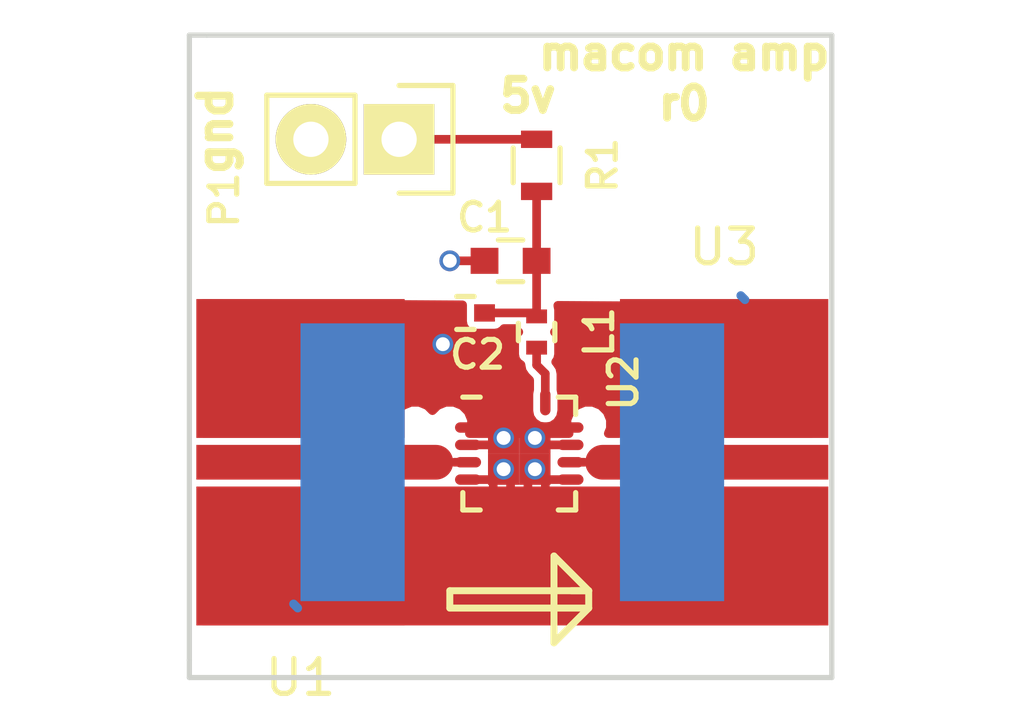
<source format=kicad_pcb>
(kicad_pcb (version 4) (host pcbnew 4.0.2-stable)

  (general
    (links 32)
    (no_connects 2)
    (area 131.424999 92.924999 150.075001 111.575001)
    (thickness 1.6)
    (drawings 17)
    (tracks 49)
    (zones 0)
    (modules 8)
    (nets 7)
  )

  (page A4)
  (layers
    (0 F.Cu signal)
    (1 In1.Cu signal hide)
    (2 In2.Cu signal)
    (31 B.Cu signal)
    (32 B.Adhes user)
    (33 F.Adhes user)
    (34 B.Paste user)
    (35 F.Paste user)
    (36 B.SilkS user)
    (37 F.SilkS user)
    (38 B.Mask user)
    (39 F.Mask user)
    (40 Dwgs.User user)
    (41 Cmts.User user)
    (42 Eco1.User user)
    (43 Eco2.User user)
    (44 Edge.Cuts user)
    (45 Margin user)
    (46 B.CrtYd user)
    (47 F.CrtYd user)
    (48 B.Fab user)
    (49 F.Fab user)
  )

  (setup
    (last_trace_width 0.25)
    (user_trace_width 0.35)
    (user_trace_width 1)
    (trace_clearance 0.2)
    (zone_clearance 0.2)
    (zone_45_only no)
    (trace_min 0.15)
    (segment_width 0.2)
    (edge_width 0.15)
    (via_size 0.6)
    (via_drill 0.4)
    (via_min_size 0.4)
    (via_min_drill 0.3)
    (uvia_size 0.3)
    (uvia_drill 0.1)
    (uvias_allowed no)
    (uvia_min_size 0.2)
    (uvia_min_drill 0.1)
    (pcb_text_width 0.3)
    (pcb_text_size 1.5 1.5)
    (mod_edge_width 0.15)
    (mod_text_size 0.8 0.8)
    (mod_text_width 0.15)
    (pad_size 1.524 1.524)
    (pad_drill 0.762)
    (pad_to_mask_clearance 0.2)
    (aux_axis_origin 0 0)
    (visible_elements FFFEFF7F)
    (pcbplotparams
      (layerselection 0x010f0_80000007)
      (usegerberextensions true)
      (excludeedgelayer true)
      (linewidth 0.100000)
      (plotframeref false)
      (viasonmask false)
      (mode 1)
      (useauxorigin false)
      (hpglpennumber 1)
      (hpglpenspeed 20)
      (hpglpendiameter 15)
      (hpglpenoverlay 2)
      (psnegative false)
      (psa4output false)
      (plotreference true)
      (plotvalue true)
      (plotinvisibletext false)
      (padsonsilk false)
      (subtractmaskfromsilk false)
      (outputformat 1)
      (mirror false)
      (drillshape 0)
      (scaleselection 1)
      (outputdirectory gerbs/))
  )

  (net 0 "")
  (net 1 "Net-(C1-Pad1)")
  (net 2 GND)
  (net 3 "Net-(L1-Pad2)")
  (net 4 "Net-(P1-Pad1)")
  (net 5 "Net-(U1-Pad1)")
  (net 6 "Net-(U2-Pad10)")

  (net_class Default "This is the default net class."
    (clearance 0.2)
    (trace_width 0.25)
    (via_dia 0.6)
    (via_drill 0.4)
    (uvia_dia 0.3)
    (uvia_drill 0.1)
    (add_net GND)
    (add_net "Net-(C1-Pad1)")
    (add_net "Net-(L1-Pad2)")
    (add_net "Net-(P1-Pad1)")
    (add_net "Net-(U1-Pad1)")
    (add_net "Net-(U2-Pad10)")
  )

  (module Capacitors_SMD:C_0603 (layer F.Cu) (tedit 5415D631) (tstamp 571B6C4F)
    (at 140.75 99.5 180)
    (descr "Capacitor SMD 0603, reflow soldering, AVX (see smccp.pdf)")
    (tags "capacitor 0603")
    (path /571B6E62)
    (attr smd)
    (fp_text reference C1 (at 0.75 1.25 180) (layer F.SilkS)
      (effects (font (size 0.8 0.8) (thickness 0.15)))
    )
    (fp_text value "1 uF" (at 0 1.9 180) (layer F.Fab)
      (effects (font (size 0.8 0.8) (thickness 0.15)))
    )
    (fp_line (start -1.45 -0.75) (end 1.45 -0.75) (layer F.CrtYd) (width 0.05))
    (fp_line (start -1.45 0.75) (end 1.45 0.75) (layer F.CrtYd) (width 0.05))
    (fp_line (start -1.45 -0.75) (end -1.45 0.75) (layer F.CrtYd) (width 0.05))
    (fp_line (start 1.45 -0.75) (end 1.45 0.75) (layer F.CrtYd) (width 0.05))
    (fp_line (start -0.35 -0.6) (end 0.35 -0.6) (layer F.SilkS) (width 0.15))
    (fp_line (start 0.35 0.6) (end -0.35 0.6) (layer F.SilkS) (width 0.15))
    (pad 1 smd rect (at -0.75 0 180) (size 0.8 0.75) (layers F.Cu F.Paste F.Mask)
      (net 1 "Net-(C1-Pad1)"))
    (pad 2 smd rect (at 0.75 0 180) (size 0.8 0.75) (layers F.Cu F.Paste F.Mask)
      (net 2 GND))
    (model Capacitors_SMD.3dshapes/C_0603.wrl
      (at (xyz 0 0 0))
      (scale (xyz 1 1 1))
      (rotate (xyz 0 0 0))
    )
  )

  (module Capacitors_SMD:C_0402 (layer F.Cu) (tedit 5415D599) (tstamp 571B6C55)
    (at 139.45 101 180)
    (descr "Capacitor SMD 0402, reflow soldering, AVX (see smccp.pdf)")
    (tags "capacitor 0402")
    (path /571B6DDC)
    (attr smd)
    (fp_text reference C2 (at -0.35 -1.2 180) (layer F.SilkS)
      (effects (font (size 0.8 0.8) (thickness 0.15)))
    )
    (fp_text value "10 pF" (at 0 1.7 180) (layer F.Fab)
      (effects (font (size 0.8 0.8) (thickness 0.15)))
    )
    (fp_line (start -1.15 -0.6) (end 1.15 -0.6) (layer F.CrtYd) (width 0.05))
    (fp_line (start -1.15 0.6) (end 1.15 0.6) (layer F.CrtYd) (width 0.05))
    (fp_line (start -1.15 -0.6) (end -1.15 0.6) (layer F.CrtYd) (width 0.05))
    (fp_line (start 1.15 -0.6) (end 1.15 0.6) (layer F.CrtYd) (width 0.05))
    (fp_line (start 0.25 -0.475) (end -0.25 -0.475) (layer F.SilkS) (width 0.15))
    (fp_line (start -0.25 0.475) (end 0.25 0.475) (layer F.SilkS) (width 0.15))
    (pad 1 smd rect (at -0.55 0 180) (size 0.6 0.5) (layers F.Cu F.Paste F.Mask)
      (net 1 "Net-(C1-Pad1)"))
    (pad 2 smd rect (at 0.55 0 180) (size 0.6 0.5) (layers F.Cu F.Paste F.Mask)
      (net 2 GND))
    (model Capacitors_SMD.3dshapes/C_0402.wrl
      (at (xyz 0 0 0))
      (scale (xyz 1 1 1))
      (rotate (xyz 0 0 0))
    )
  )

  (module Resistors_SMD:R_0402 (layer F.Cu) (tedit 5415CBB8) (tstamp 571B6C61)
    (at 141.5 101.55 270)
    (descr "Resistor SMD 0402, reflow soldering, Vishay (see dcrcw.pdf)")
    (tags "resistor 0402")
    (path /571B6E05)
    (attr smd)
    (fp_text reference L1 (at 0 -1.8 270) (layer F.SilkS)
      (effects (font (size 0.8 0.8) (thickness 0.15)))
    )
    (fp_text value L_Small (at 0 1.8 270) (layer F.Fab)
      (effects (font (size 0.8 0.8) (thickness 0.15)))
    )
    (fp_line (start -0.95 -0.65) (end 0.95 -0.65) (layer F.CrtYd) (width 0.05))
    (fp_line (start -0.95 0.65) (end 0.95 0.65) (layer F.CrtYd) (width 0.05))
    (fp_line (start -0.95 -0.65) (end -0.95 0.65) (layer F.CrtYd) (width 0.05))
    (fp_line (start 0.95 -0.65) (end 0.95 0.65) (layer F.CrtYd) (width 0.05))
    (fp_line (start 0.25 -0.525) (end -0.25 -0.525) (layer F.SilkS) (width 0.15))
    (fp_line (start -0.25 0.525) (end 0.25 0.525) (layer F.SilkS) (width 0.15))
    (pad 1 smd rect (at -0.45 0 270) (size 0.4 0.6) (layers F.Cu F.Paste F.Mask)
      (net 1 "Net-(C1-Pad1)"))
    (pad 2 smd rect (at 0.45 0 270) (size 0.4 0.6) (layers F.Cu F.Paste F.Mask)
      (net 3 "Net-(L1-Pad2)"))
    (model Resistors_SMD.3dshapes/R_0402.wrl
      (at (xyz 0 0 0))
      (scale (xyz 1 1 1))
      (rotate (xyz 0 0 0))
    )
  )

  (module Pin_Headers:Pin_Header_Straight_1x02 (layer F.Cu) (tedit 54EA090C) (tstamp 571B6C67)
    (at 137.54 96 270)
    (descr "Through hole pin header")
    (tags "pin header")
    (path /571B718D)
    (fp_text reference P1 (at 1.75 5.04 270) (layer F.SilkS)
      (effects (font (size 0.8 0.8) (thickness 0.15)))
    )
    (fp_text value CONN_01X02 (at 0 -3.1 270) (layer F.Fab)
      (effects (font (size 0.8 0.8) (thickness 0.15)))
    )
    (fp_line (start 1.27 1.27) (end 1.27 3.81) (layer F.SilkS) (width 0.15))
    (fp_line (start 1.55 -1.55) (end 1.55 0) (layer F.SilkS) (width 0.15))
    (fp_line (start -1.75 -1.75) (end -1.75 4.3) (layer F.CrtYd) (width 0.05))
    (fp_line (start 1.75 -1.75) (end 1.75 4.3) (layer F.CrtYd) (width 0.05))
    (fp_line (start -1.75 -1.75) (end 1.75 -1.75) (layer F.CrtYd) (width 0.05))
    (fp_line (start -1.75 4.3) (end 1.75 4.3) (layer F.CrtYd) (width 0.05))
    (fp_line (start 1.27 1.27) (end -1.27 1.27) (layer F.SilkS) (width 0.15))
    (fp_line (start -1.55 0) (end -1.55 -1.55) (layer F.SilkS) (width 0.15))
    (fp_line (start -1.55 -1.55) (end 1.55 -1.55) (layer F.SilkS) (width 0.15))
    (fp_line (start -1.27 1.27) (end -1.27 3.81) (layer F.SilkS) (width 0.15))
    (fp_line (start -1.27 3.81) (end 1.27 3.81) (layer F.SilkS) (width 0.15))
    (pad 1 thru_hole rect (at 0 0 270) (size 2.032 2.032) (drill 1.016) (layers *.Cu *.Mask F.SilkS)
      (net 4 "Net-(P1-Pad1)"))
    (pad 2 thru_hole oval (at 0 2.54 270) (size 2.032 2.032) (drill 1.016) (layers *.Cu *.Mask F.SilkS)
      (net 2 GND))
    (model Pin_Headers.3dshapes/Pin_Header_Straight_1x02.wrl
      (at (xyz 0 -0.05 0))
      (scale (xyz 1 1 1))
      (rotate (xyz 0 0 90))
    )
  )

  (module Resistors_SMD:R_0603 (layer F.Cu) (tedit 5415CC62) (tstamp 571B6C6D)
    (at 141.5 96.75 270)
    (descr "Resistor SMD 0603, reflow soldering, Vishay (see dcrcw.pdf)")
    (tags "resistor 0603")
    (path /571B728F)
    (attr smd)
    (fp_text reference R1 (at 0 -1.9 270) (layer F.SilkS)
      (effects (font (size 0.8 0.8) (thickness 0.15)))
    )
    (fp_text value R_Small (at 0 1.9 270) (layer F.Fab)
      (effects (font (size 0.8 0.8) (thickness 0.15)))
    )
    (fp_line (start -1.3 -0.8) (end 1.3 -0.8) (layer F.CrtYd) (width 0.05))
    (fp_line (start -1.3 0.8) (end 1.3 0.8) (layer F.CrtYd) (width 0.05))
    (fp_line (start -1.3 -0.8) (end -1.3 0.8) (layer F.CrtYd) (width 0.05))
    (fp_line (start 1.3 -0.8) (end 1.3 0.8) (layer F.CrtYd) (width 0.05))
    (fp_line (start 0.5 0.675) (end -0.5 0.675) (layer F.SilkS) (width 0.15))
    (fp_line (start -0.5 -0.675) (end 0.5 -0.675) (layer F.SilkS) (width 0.15))
    (pad 1 smd rect (at -0.75 0 270) (size 0.5 0.9) (layers F.Cu F.Paste F.Mask)
      (net 4 "Net-(P1-Pad1)"))
    (pad 2 smd rect (at 0.75 0 270) (size 0.5 0.9) (layers F.Cu F.Paste F.Mask)
      (net 1 "Net-(C1-Pad1)"))
    (model Resistors_SMD.3dshapes/R_0603.wrl
      (at (xyz 0 0 0))
      (scale (xyz 1 1 1))
      (rotate (xyz 0 0 0))
    )
  )

  (module Housings_DFN_QFN:QFN-16-1EP_3x3mm_Pitch0.5mm (layer F.Cu) (tedit 54130A77) (tstamp 571B6C8E)
    (at 141 105.05)
    (descr "16-Lead Plastic Quad Flat, No Lead Package (NG) - 3x3x0.9 mm Body [QFN]; (see Microchip Packaging Specification 00000049BS.pdf)")
    (tags "QFN 0.5")
    (path /571B78AF)
    (attr smd)
    (fp_text reference U2 (at 3 -2.05 90) (layer F.SilkS)
      (effects (font (size 0.8 0.8) (thickness 0.15)))
    )
    (fp_text value CMM0511-QT-0G0T (at 0 2.85) (layer F.Fab)
      (effects (font (size 0.8 0.8) (thickness 0.15)))
    )
    (fp_line (start -2.1 -2.1) (end -2.1 2.1) (layer F.CrtYd) (width 0.05))
    (fp_line (start 2.1 -2.1) (end 2.1 2.1) (layer F.CrtYd) (width 0.05))
    (fp_line (start -2.1 -2.1) (end 2.1 -2.1) (layer F.CrtYd) (width 0.05))
    (fp_line (start -2.1 2.1) (end 2.1 2.1) (layer F.CrtYd) (width 0.05))
    (fp_line (start 1.625 -1.625) (end 1.625 -1.125) (layer F.SilkS) (width 0.15))
    (fp_line (start -1.625 1.625) (end -1.625 1.125) (layer F.SilkS) (width 0.15))
    (fp_line (start 1.625 1.625) (end 1.625 1.125) (layer F.SilkS) (width 0.15))
    (fp_line (start -1.625 -1.625) (end -1.125 -1.625) (layer F.SilkS) (width 0.15))
    (fp_line (start -1.625 1.625) (end -1.125 1.625) (layer F.SilkS) (width 0.15))
    (fp_line (start 1.625 1.625) (end 1.125 1.625) (layer F.SilkS) (width 0.15))
    (fp_line (start 1.625 -1.625) (end 1.125 -1.625) (layer F.SilkS) (width 0.15))
    (pad 1 smd oval (at -1.475 -0.75) (size 0.75 0.3) (layers F.Cu F.Paste F.Mask)
      (net 2 GND))
    (pad 2 smd oval (at -1.475 -0.25) (size 0.75 0.3) (layers F.Cu F.Paste F.Mask)
      (net 2 GND))
    (pad 3 smd oval (at -1.475 0.25) (size 0.75 0.3) (layers F.Cu F.Paste F.Mask)
      (net 5 "Net-(U1-Pad1)"))
    (pad 4 smd oval (at -1.475 0.75) (size 0.75 0.3) (layers F.Cu F.Paste F.Mask)
      (net 2 GND))
    (pad 5 smd oval (at -0.75 1.475 90) (size 0.75 0.3) (layers F.Cu F.Paste F.Mask)
      (net 2 GND))
    (pad 6 smd oval (at -0.25 1.475 90) (size 0.75 0.3) (layers F.Cu F.Paste F.Mask)
      (net 2 GND))
    (pad 7 smd oval (at 0.25 1.475 90) (size 0.75 0.3) (layers F.Cu F.Paste F.Mask)
      (net 2 GND))
    (pad 8 smd oval (at 0.75 1.475 90) (size 0.75 0.3) (layers F.Cu F.Paste F.Mask)
      (net 2 GND))
    (pad 9 smd oval (at 1.475 0.75) (size 0.75 0.3) (layers F.Cu F.Paste F.Mask)
      (net 2 GND))
    (pad 10 smd oval (at 1.475 0.25) (size 0.75 0.3) (layers F.Cu F.Paste F.Mask)
      (net 6 "Net-(U2-Pad10)"))
    (pad 11 smd oval (at 1.475 -0.25) (size 0.75 0.3) (layers F.Cu F.Paste F.Mask)
      (net 2 GND))
    (pad 12 smd oval (at 1.475 -0.75) (size 0.75 0.3) (layers F.Cu F.Paste F.Mask)
      (net 2 GND))
    (pad 13 smd oval (at 0.75 -1.475 90) (size 0.75 0.3) (layers F.Cu F.Paste F.Mask)
      (net 3 "Net-(L1-Pad2)"))
    (pad 14 smd oval (at 0.25 -1.475 90) (size 0.75 0.3) (layers F.Cu F.Paste F.Mask)
      (net 2 GND))
    (pad 15 smd oval (at -0.25 -1.475 90) (size 0.75 0.3) (layers F.Cu F.Paste F.Mask)
      (net 2 GND))
    (pad 16 smd oval (at -0.75 -1.475 90) (size 0.75 0.3) (layers F.Cu F.Paste F.Mask)
      (net 2 GND))
    (pad 17 smd rect (at 0.45 0.45) (size 0.9 0.9) (layers F.Cu F.Paste F.Mask)
      (net 2 GND) (solder_paste_margin_ratio -0.2))
    (pad 17 smd rect (at 0.45 -0.45) (size 0.9 0.9) (layers F.Cu F.Paste F.Mask)
      (net 2 GND) (solder_paste_margin_ratio -0.2))
    (pad 17 smd rect (at -0.45 0.45) (size 0.9 0.9) (layers F.Cu F.Paste F.Mask)
      (net 2 GND) (solder_paste_margin_ratio -0.2))
    (pad 17 smd rect (at -0.45 -0.45) (size 0.9 0.9) (layers F.Cu F.Paste F.Mask)
      (net 2 GND) (solder_paste_margin_ratio -0.2))
    (model Housings_DFN_QFN.3dshapes/QFN-16-1EP_3x3mm_Pitch0.5mm.wrl
      (at (xyz 0 0 0))
      (scale (xyz 1 1 1))
      (rotate (xyz 0 0 0))
    )
  )

  (module vna_footprints:SMA_CPW_1MM_.2MM (layer F.Cu) (tedit 577AF781) (tstamp 579EDE95)
    (at 134.7 105.3 270)
    (path /571B692A)
    (fp_text reference U1 (at 6.2 0 360) (layer F.SilkS)
      (effects (font (size 1 1) (thickness 0.15)))
    )
    (fp_text value CONN_SMA (at -6.5 4.6 360) (layer F.Fab)
      (effects (font (size 1 1) (thickness 0.15)))
    )
    (pad 1 smd rect (at 0 0 270) (size 1 6) (layers F.Cu F.Paste F.Mask)
      (net 5 "Net-(U1-Pad1)"))
    (pad 2 smd rect (at -2.7 0 270) (size 4 6) (layers F.Cu F.Paste F.Mask)
      (net 2 GND))
    (pad 2 smd rect (at 2.7 0 270) (size 4 6) (layers F.Cu F.Paste F.Mask)
      (net 2 GND))
    (pad 3 smd rect (at 0 -1.5 180) (size 3 8) (layers B.Cu B.Paste B.Mask)
      (net 2 GND))
  )

  (module vna_footprints:SMA_CPW_1MM_.2MM (layer F.Cu) (tedit 577AF781) (tstamp 579EDE9C)
    (at 146.9 105.3 90)
    (path /571B6B83)
    (fp_text reference U3 (at 6.2 0 180) (layer F.SilkS)
      (effects (font (size 1 1) (thickness 0.15)))
    )
    (fp_text value CONN_SMA (at -6.5 4.6 180) (layer F.Fab)
      (effects (font (size 1 1) (thickness 0.15)))
    )
    (pad 1 smd rect (at 0 0 90) (size 1 6) (layers F.Cu F.Paste F.Mask)
      (net 6 "Net-(U2-Pad10)"))
    (pad 2 smd rect (at -2.7 0 90) (size 4 6) (layers F.Cu F.Paste F.Mask)
      (net 2 GND))
    (pad 2 smd rect (at 2.7 0 90) (size 4 6) (layers F.Cu F.Paste F.Mask)
      (net 2 GND))
    (pad 3 smd rect (at 0 -1.5) (size 3 8) (layers B.Cu B.Paste B.Mask)
      (net 2 GND))
  )

  (gr_text 5v (at 141.25 94.75) (layer F.SilkS) (tstamp 571C72B1)
    (effects (font (size 0.9 0.9) (thickness 0.225)))
  )
  (gr_text gnd (at 132.25 95.75 90) (layer F.SilkS)
    (effects (font (size 0.9 0.9) (thickness 0.225)))
  )
  (gr_text "macom amp\nr0\n" (at 145.75 94.25) (layer F.SilkS)
    (effects (font (size 0.9 0.9) (thickness 0.225)))
  )
  (gr_line (start 139 109) (end 139 109.5) (layer F.SilkS) (width 0.2))
  (gr_line (start 143 109) (end 142.5 109) (layer F.SilkS) (width 0.2))
  (gr_line (start 143 109.5) (end 143 109) (layer F.SilkS) (width 0.2))
  (gr_line (start 142 110.5) (end 143 109.5) (layer F.SilkS) (width 0.2))
  (gr_line (start 142 108) (end 142 110.5) (layer F.SilkS) (width 0.2))
  (gr_line (start 143 109) (end 142 108) (layer F.SilkS) (width 0.2))
  (gr_line (start 139 109) (end 143 109) (layer F.SilkS) (width 0.2))
  (gr_line (start 139 109.5) (end 143 109.5) (layer F.SilkS) (width 0.2))
  (gr_line (start 131.5 93) (end 131.5 111) (layer Edge.Cuts) (width 0.15))
  (gr_line (start 132 93) (end 131.5 93) (layer Edge.Cuts) (width 0.15))
  (gr_line (start 150 93) (end 132 93) (layer Edge.Cuts) (width 0.15))
  (gr_line (start 150 111.5) (end 150 93) (layer Edge.Cuts) (width 0.15))
  (gr_line (start 131.5 111.5) (end 150 111.5) (layer Edge.Cuts) (width 0.15))
  (gr_line (start 131.5 111) (end 131.5 111.5) (layer Edge.Cuts) (width 0.15))

  (segment (start 147.38 100.5) (end 147.5 100.62) (width 0.25) (layer B.Cu) (net 0))
  (segment (start 134.62 109.5) (end 134.5 109.38) (width 0.25) (layer B.Cu) (net 0))
  (segment (start 140 101) (end 141.4 101) (width 0.25) (layer F.Cu) (net 1))
  (segment (start 141.4 101) (end 141.5 101.1) (width 0.25) (layer F.Cu) (net 1))
  (segment (start 141.5 101.1) (end 141.5 99.5) (width 0.25) (layer F.Cu) (net 1))
  (segment (start 141.5 97.5) (end 141.5 99.5) (width 0.25) (layer F.Cu) (net 1))
  (segment (start 134.7 108) (end 138.775 108) (width 1) (layer F.Cu) (net 2))
  (segment (start 138.775 108) (end 140.25 106.525) (width 1) (layer F.Cu) (net 2))
  (segment (start 138.9 101.8) (end 138.8 101.9) (width 0.25) (layer F.Cu) (net 2))
  (via (at 138.8 101.9) (size 0.6) (drill 0.4) (layers F.Cu B.Cu) (net 2))
  (segment (start 138.9 101) (end 138.9 101.8) (width 0.25) (layer F.Cu) (net 2))
  (via (at 140.55 105.5) (size 0.6) (drill 0.4) (layers F.Cu B.Cu) (net 2))
  (via (at 141.45 105.5) (size 0.6) (drill 0.4) (layers F.Cu B.Cu) (net 2))
  (via (at 141.45 104.6) (size 0.6) (drill 0.4) (layers F.Cu B.Cu) (net 2))
  (via (at 140.55 104.6) (size 0.6) (drill 0.4) (layers F.Cu B.Cu) (net 2))
  (segment (start 140.75 103.575) (end 140.75 104.4) (width 0.25) (layer F.Cu) (net 2))
  (segment (start 140.75 104.4) (end 140.55 104.6) (width 0.25) (layer F.Cu) (net 2))
  (segment (start 141.25 103.575) (end 141.25 104.4) (width 0.25) (layer F.Cu) (net 2))
  (segment (start 141.25 104.4) (end 141.45 104.6) (width 0.25) (layer F.Cu) (net 2))
  (segment (start 142.475 104.3) (end 141.75 104.3) (width 0.25) (layer F.Cu) (net 2))
  (segment (start 141.75 104.3) (end 141.45 104.6) (width 0.25) (layer F.Cu) (net 2))
  (segment (start 142.475 104.8) (end 141.65 104.8) (width 0.25) (layer F.Cu) (net 2))
  (segment (start 141.65 104.8) (end 141.45 104.6) (width 0.25) (layer F.Cu) (net 2))
  (segment (start 142.475 105.8) (end 141.75 105.8) (width 0.25) (layer F.Cu) (net 2))
  (segment (start 141.75 105.8) (end 141.45 105.5) (width 0.25) (layer F.Cu) (net 2))
  (segment (start 141.75 106.525) (end 141.75 105.8) (width 0.25) (layer F.Cu) (net 2))
  (segment (start 141.25 106.525) (end 141.25 105.7) (width 0.25) (layer F.Cu) (net 2))
  (segment (start 141.25 105.7) (end 141.45 105.5) (width 0.25) (layer F.Cu) (net 2))
  (segment (start 140.75 106.525) (end 140.75 105.7) (width 0.25) (layer F.Cu) (net 2))
  (segment (start 140.75 105.7) (end 140.55 105.5) (width 0.25) (layer F.Cu) (net 2))
  (segment (start 140.25 106.525) (end 140.25 105.8) (width 0.25) (layer F.Cu) (net 2))
  (segment (start 140.25 105.8) (end 140.55 105.5) (width 0.25) (layer F.Cu) (net 2))
  (segment (start 139.525 105.8) (end 140.25 105.8) (width 0.25) (layer F.Cu) (net 2))
  (segment (start 139.525 104.8) (end 140.35 104.8) (width 0.25) (layer F.Cu) (net 2))
  (segment (start 140.35 104.8) (end 140.55 104.6) (width 0.25) (layer F.Cu) (net 2))
  (segment (start 139.525 104.3) (end 140.25 104.3) (width 0.25) (layer F.Cu) (net 2))
  (segment (start 140.25 104.3) (end 140.55 104.6) (width 0.25) (layer F.Cu) (net 2))
  (segment (start 140.25 103.575) (end 140.25 104.3) (width 0.25) (layer F.Cu) (net 2))
  (segment (start 147.38 109.5) (end 147.5 109.38) (width 0.25) (layer F.Cu) (net 2))
  (via (at 139 99.5) (size 0.6) (drill 0.4) (layers F.Cu B.Cu) (net 2))
  (segment (start 140 99.5) (end 139 99.5) (width 0.25) (layer F.Cu) (net 2))
  (segment (start 141.75 102.75) (end 141.5 102.5) (width 0.25) (layer F.Cu) (net 3))
  (segment (start 141.5 102.5) (end 141.5 102) (width 0.25) (layer F.Cu) (net 3))
  (segment (start 141.75 103.575) (end 141.75 102.75) (width 0.25) (layer F.Cu) (net 3))
  (segment (start 137.54 96) (end 141.5 96) (width 0.25) (layer F.Cu) (net 4))
  (segment (start 134.7 105.3) (end 138.597905 105.3) (width 1) (layer F.Cu) (net 5))
  (segment (start 139.525 105.3) (end 139.128235 105.3) (width 0.25) (layer F.Cu) (net 5))
  (segment (start 146.9 105.3) (end 143.402095 105.3) (width 1) (layer F.Cu) (net 6))
  (segment (start 142.475 105.3) (end 142.871765 105.3) (width 0.25) (layer F.Cu) (net 6))

  (zone (net 2) (net_name GND) (layer In2.Cu) (tstamp 0) (hatch edge 0.508)
    (connect_pads yes (clearance 0.508))
    (min_thickness 0.254)
    (fill yes (arc_segments 16) (thermal_gap 0.508) (thermal_bridge_width 0.508))
    (polygon
      (pts
        (xy 131.5 93) (xy 131.5 111.5) (xy 150 111.5) (xy 150 93)
      )
    )
    (filled_polygon
      (pts
        (xy 149.29 103.587624) (xy 149.207808 103.669673) (xy 149.065162 104.013201) (xy 149.064838 104.385167) (xy 149.206883 104.728943)
        (xy 149.29 104.812205) (xy 149.29 110.79) (xy 132.21 110.79) (xy 132.21 104.385167) (xy 137.064838 104.385167)
        (xy 137.206883 104.728943) (xy 137.469673 104.992192) (xy 137.813201 105.134838) (xy 138.185167 105.135162) (xy 138.500351 105.004931)
        (xy 138.813201 105.134838) (xy 139.185167 105.135162) (xy 139.528943 104.993117) (xy 139.792192 104.730327) (xy 139.934838 104.386799)
        (xy 139.934839 104.385167) (xy 142.064838 104.385167) (xy 142.206883 104.728943) (xy 142.469673 104.992192) (xy 142.813201 105.134838)
        (xy 143.185167 105.135162) (xy 143.528943 104.993117) (xy 143.792192 104.730327) (xy 143.934838 104.386799) (xy 143.935162 104.014833)
        (xy 143.793117 103.671057) (xy 143.530327 103.407808) (xy 143.186799 103.265162) (xy 142.814833 103.264838) (xy 142.471057 103.406883)
        (xy 142.207808 103.669673) (xy 142.065162 104.013201) (xy 142.064838 104.385167) (xy 139.934839 104.385167) (xy 139.935162 104.014833)
        (xy 139.793117 103.671057) (xy 139.530327 103.407808) (xy 139.186799 103.265162) (xy 138.814833 103.264838) (xy 138.499649 103.395069)
        (xy 138.186799 103.265162) (xy 137.814833 103.264838) (xy 137.471057 103.406883) (xy 137.207808 103.669673) (xy 137.065162 104.013201)
        (xy 137.064838 104.385167) (xy 132.21 104.385167) (xy 132.21 94.984) (xy 135.87656 94.984) (xy 135.87656 97.016)
        (xy 135.920838 97.251317) (xy 136.05991 97.467441) (xy 136.27211 97.612431) (xy 136.524 97.66344) (xy 138.556 97.66344)
        (xy 138.791317 97.619162) (xy 139.007441 97.48009) (xy 139.152431 97.26789) (xy 139.20344 97.016) (xy 139.20344 94.984)
        (xy 139.159162 94.748683) (xy 139.02009 94.532559) (xy 138.80789 94.387569) (xy 138.556 94.33656) (xy 136.524 94.33656)
        (xy 136.288683 94.380838) (xy 136.072559 94.51991) (xy 135.927569 94.73211) (xy 135.87656 94.984) (xy 132.21 94.984)
        (xy 132.21 93.71) (xy 149.29 93.71)
      )
    )
  )
  (zone (net 2) (net_name GND) (layer F.Cu) (tstamp 0) (hatch edge 0.508)
    (connect_pads yes (clearance 0.2))
    (min_thickness 0.254)
    (fill yes (arc_segments 16) (thermal_gap 0.508) (thermal_bridge_width 0.508))
    (polygon
      (pts
        (xy 131.7 104.6) (xy 149.9 104.6) (xy 149.9 100.7) (xy 131.7 100.6)
      )
    )
    (filled_polygon
      (pts
        (xy 139.366594 100.769126) (xy 139.366594 101.25) (xy 139.389395 101.371179) (xy 139.461012 101.482474) (xy 139.570286 101.557138)
        (xy 139.7 101.583406) (xy 140.3 101.583406) (xy 140.421179 101.560605) (xy 140.532474 101.488988) (xy 140.557747 101.452)
        (xy 140.909228 101.452) (xy 140.961012 101.532474) (xy 140.985681 101.54933) (xy 140.967526 101.561012) (xy 140.892862 101.670286)
        (xy 140.866594 101.8) (xy 140.866594 102.2) (xy 140.889395 102.321179) (xy 140.961012 102.432474) (xy 141.048 102.491911)
        (xy 141.048 102.5) (xy 141.082406 102.672973) (xy 141.180388 102.819612) (xy 141.298 102.937224) (xy 141.298 103.210562)
        (xy 141.273 103.336247) (xy 141.273 103.813753) (xy 141.309309 103.996293) (xy 141.41271 104.151043) (xy 141.56746 104.254444)
        (xy 141.75 104.290753) (xy 141.93254 104.254444) (xy 142.08729 104.151043) (xy 142.190691 103.996293) (xy 142.227 103.813753)
        (xy 142.227 103.336247) (xy 142.202 103.210562) (xy 142.202 102.75) (xy 142.167594 102.577027) (xy 142.123212 102.510605)
        (xy 142.069612 102.430387) (xy 142.05104 102.411815) (xy 142.107138 102.329714) (xy 142.133406 102.2) (xy 142.133406 101.8)
        (xy 142.110605 101.678821) (xy 142.038988 101.567526) (xy 142.014319 101.55067) (xy 142.032474 101.538988) (xy 142.107138 101.429714)
        (xy 142.133406 101.3) (xy 142.133406 100.9) (xy 142.111619 100.784209) (xy 149.598 100.825342) (xy 149.598 103.715359)
        (xy 149.468765 103.844369) (xy 149.373109 104.074735) (xy 149.372891 104.324171) (xy 149.431739 104.466594) (xy 143.9 104.466594)
        (xy 143.865954 104.473) (xy 143.565546 104.473) (xy 143.626891 104.325265) (xy 143.627109 104.075829) (xy 143.531855 103.845297)
        (xy 143.355631 103.668765) (xy 143.125265 103.573109) (xy 142.875829 103.572891) (xy 142.645297 103.668145) (xy 142.468765 103.844369)
        (xy 142.373109 104.074735) (xy 142.372891 104.324171) (xy 142.434386 104.473) (xy 139.565546 104.473) (xy 139.626891 104.325265)
        (xy 139.627109 104.075829) (xy 139.531855 103.845297) (xy 139.355631 103.668765) (xy 139.125265 103.573109) (xy 138.875829 103.572891)
        (xy 138.645297 103.668145) (xy 138.499901 103.813287) (xy 138.355631 103.668765) (xy 138.125265 103.573109) (xy 137.875829 103.572891)
        (xy 137.645297 103.668145) (xy 137.468765 103.844369) (xy 137.373109 104.074735) (xy 137.372891 104.324171) (xy 137.431739 104.466594)
        (xy 131.902 104.466594) (xy 131.902 100.728112)
      )
    )
  )
  (zone (net 2) (net_name GND) (layer F.Cu) (tstamp 0) (hatch edge 0.508)
    (connect_pads yes (clearance 0.2))
    (min_thickness 0.254)
    (fill yes (arc_segments 16) (thermal_gap 0.508) (thermal_bridge_width 0.508))
    (polygon
      (pts
        (xy 131.7 106) (xy 131.7 110) (xy 149.9 110) (xy 149.9 106) (xy 141.6 106)
        (xy 141.6 106)
      )
    )
    (filled_polygon
      (pts
        (xy 143.9 106.133406) (xy 149.598 106.133406) (xy 149.598 109.873) (xy 131.902 109.873) (xy 131.902 106.133406)
        (xy 137.7 106.133406) (xy 137.734046 106.127) (xy 143.868367 106.127)
      )
    )
  )
)

</source>
